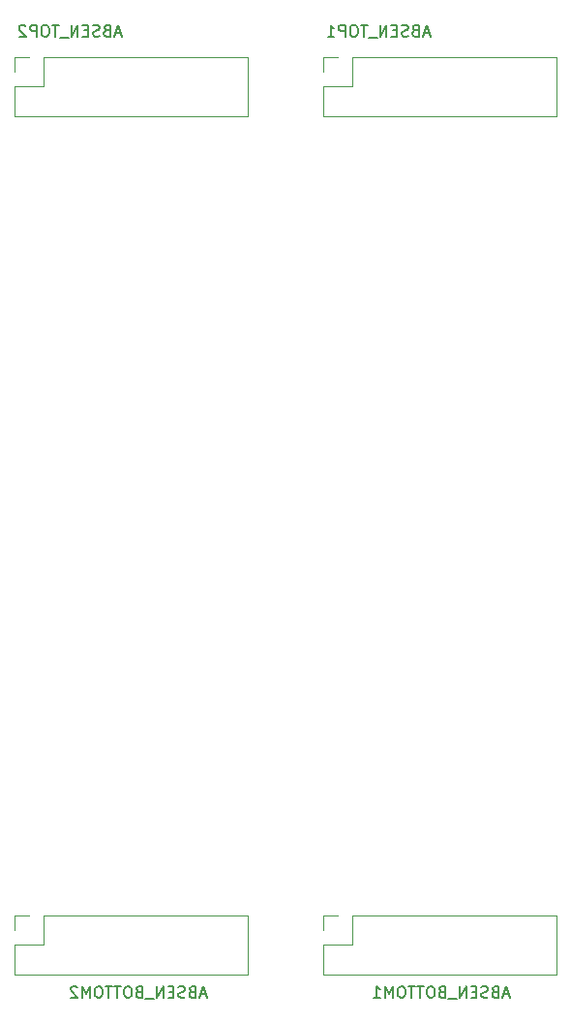
<source format=gbo>
G04 #@! TF.FileFunction,Legend,Bot*
%FSLAX46Y46*%
G04 Gerber Fmt 4.6, Leading zero omitted, Abs format (unit mm)*
G04 Created by KiCad (PCBNEW 4.0.7) date 03/15/18 12:31:11*
%MOMM*%
%LPD*%
G01*
G04 APERTURE LIST*
%ADD10C,0.100000*%
%ADD11C,0.120000*%
%ADD12C,0.150000*%
%ADD13R,1.800000X1.800000*%
%ADD14O,1.800000X1.800000*%
%ADD15R,3.100000X3.100000*%
%ADD16C,3.100000*%
%ADD17R,1.700000X1.700000*%
%ADD18C,1.700000*%
G04 APERTURE END LIST*
D10*
D11*
X134570000Y-136230000D02*
X134570000Y-141430000D01*
X116730000Y-136230000D02*
X134570000Y-136230000D01*
X114130000Y-141430000D02*
X134570000Y-141430000D01*
X116730000Y-136230000D02*
X116730000Y-138830000D01*
X116730000Y-138830000D02*
X114130000Y-138830000D01*
X114130000Y-138830000D02*
X114130000Y-141430000D01*
X115460000Y-136230000D02*
X114130000Y-136230000D01*
X114130000Y-136230000D02*
X114130000Y-137560000D01*
X107570000Y-136230000D02*
X107570000Y-141430000D01*
X89730000Y-136230000D02*
X107570000Y-136230000D01*
X87130000Y-141430000D02*
X107570000Y-141430000D01*
X89730000Y-136230000D02*
X89730000Y-138830000D01*
X89730000Y-138830000D02*
X87130000Y-138830000D01*
X87130000Y-138830000D02*
X87130000Y-141430000D01*
X88460000Y-136230000D02*
X87130000Y-136230000D01*
X87130000Y-136230000D02*
X87130000Y-137560000D01*
X134570000Y-61230000D02*
X134570000Y-66430000D01*
X116730000Y-61230000D02*
X134570000Y-61230000D01*
X114130000Y-66430000D02*
X134570000Y-66430000D01*
X116730000Y-61230000D02*
X116730000Y-63830000D01*
X116730000Y-63830000D02*
X114130000Y-63830000D01*
X114130000Y-63830000D02*
X114130000Y-66430000D01*
X115460000Y-61230000D02*
X114130000Y-61230000D01*
X114130000Y-61230000D02*
X114130000Y-62560000D01*
X107570000Y-61230000D02*
X107570000Y-66430000D01*
X89730000Y-61230000D02*
X107570000Y-61230000D01*
X87130000Y-66430000D02*
X107570000Y-66430000D01*
X89730000Y-61230000D02*
X89730000Y-63830000D01*
X89730000Y-63830000D02*
X87130000Y-63830000D01*
X87130000Y-63830000D02*
X87130000Y-66430000D01*
X88460000Y-61230000D02*
X87130000Y-61230000D01*
X87130000Y-61230000D02*
X87130000Y-62560000D01*
D12*
X130428572Y-143166667D02*
X129952381Y-143166667D01*
X130523810Y-143452381D02*
X130190477Y-142452381D01*
X129857143Y-143452381D01*
X129190476Y-142928571D02*
X129047619Y-142976190D01*
X129000000Y-143023810D01*
X128952381Y-143119048D01*
X128952381Y-143261905D01*
X129000000Y-143357143D01*
X129047619Y-143404762D01*
X129142857Y-143452381D01*
X129523810Y-143452381D01*
X129523810Y-142452381D01*
X129190476Y-142452381D01*
X129095238Y-142500000D01*
X129047619Y-142547619D01*
X129000000Y-142642857D01*
X129000000Y-142738095D01*
X129047619Y-142833333D01*
X129095238Y-142880952D01*
X129190476Y-142928571D01*
X129523810Y-142928571D01*
X128571429Y-143404762D02*
X128428572Y-143452381D01*
X128190476Y-143452381D01*
X128095238Y-143404762D01*
X128047619Y-143357143D01*
X128000000Y-143261905D01*
X128000000Y-143166667D01*
X128047619Y-143071429D01*
X128095238Y-143023810D01*
X128190476Y-142976190D01*
X128380953Y-142928571D01*
X128476191Y-142880952D01*
X128523810Y-142833333D01*
X128571429Y-142738095D01*
X128571429Y-142642857D01*
X128523810Y-142547619D01*
X128476191Y-142500000D01*
X128380953Y-142452381D01*
X128142857Y-142452381D01*
X128000000Y-142500000D01*
X127571429Y-142928571D02*
X127238095Y-142928571D01*
X127095238Y-143452381D02*
X127571429Y-143452381D01*
X127571429Y-142452381D01*
X127095238Y-142452381D01*
X126666667Y-143452381D02*
X126666667Y-142452381D01*
X126095238Y-143452381D01*
X126095238Y-142452381D01*
X125857143Y-143547619D02*
X125095238Y-143547619D01*
X124523809Y-142928571D02*
X124380952Y-142976190D01*
X124333333Y-143023810D01*
X124285714Y-143119048D01*
X124285714Y-143261905D01*
X124333333Y-143357143D01*
X124380952Y-143404762D01*
X124476190Y-143452381D01*
X124857143Y-143452381D01*
X124857143Y-142452381D01*
X124523809Y-142452381D01*
X124428571Y-142500000D01*
X124380952Y-142547619D01*
X124333333Y-142642857D01*
X124333333Y-142738095D01*
X124380952Y-142833333D01*
X124428571Y-142880952D01*
X124523809Y-142928571D01*
X124857143Y-142928571D01*
X123666667Y-142452381D02*
X123476190Y-142452381D01*
X123380952Y-142500000D01*
X123285714Y-142595238D01*
X123238095Y-142785714D01*
X123238095Y-143119048D01*
X123285714Y-143309524D01*
X123380952Y-143404762D01*
X123476190Y-143452381D01*
X123666667Y-143452381D01*
X123761905Y-143404762D01*
X123857143Y-143309524D01*
X123904762Y-143119048D01*
X123904762Y-142785714D01*
X123857143Y-142595238D01*
X123761905Y-142500000D01*
X123666667Y-142452381D01*
X122952381Y-142452381D02*
X122380952Y-142452381D01*
X122666667Y-143452381D02*
X122666667Y-142452381D01*
X122190476Y-142452381D02*
X121619047Y-142452381D01*
X121904762Y-143452381D02*
X121904762Y-142452381D01*
X121095238Y-142452381D02*
X120904761Y-142452381D01*
X120809523Y-142500000D01*
X120714285Y-142595238D01*
X120666666Y-142785714D01*
X120666666Y-143119048D01*
X120714285Y-143309524D01*
X120809523Y-143404762D01*
X120904761Y-143452381D01*
X121095238Y-143452381D01*
X121190476Y-143404762D01*
X121285714Y-143309524D01*
X121333333Y-143119048D01*
X121333333Y-142785714D01*
X121285714Y-142595238D01*
X121190476Y-142500000D01*
X121095238Y-142452381D01*
X120238095Y-143452381D02*
X120238095Y-142452381D01*
X119904761Y-143166667D01*
X119571428Y-142452381D01*
X119571428Y-143452381D01*
X118571428Y-143452381D02*
X119142857Y-143452381D01*
X118857143Y-143452381D02*
X118857143Y-142452381D01*
X118952381Y-142595238D01*
X119047619Y-142690476D01*
X119142857Y-142738095D01*
X103928572Y-143166667D02*
X103452381Y-143166667D01*
X104023810Y-143452381D02*
X103690477Y-142452381D01*
X103357143Y-143452381D01*
X102690476Y-142928571D02*
X102547619Y-142976190D01*
X102500000Y-143023810D01*
X102452381Y-143119048D01*
X102452381Y-143261905D01*
X102500000Y-143357143D01*
X102547619Y-143404762D01*
X102642857Y-143452381D01*
X103023810Y-143452381D01*
X103023810Y-142452381D01*
X102690476Y-142452381D01*
X102595238Y-142500000D01*
X102547619Y-142547619D01*
X102500000Y-142642857D01*
X102500000Y-142738095D01*
X102547619Y-142833333D01*
X102595238Y-142880952D01*
X102690476Y-142928571D01*
X103023810Y-142928571D01*
X102071429Y-143404762D02*
X101928572Y-143452381D01*
X101690476Y-143452381D01*
X101595238Y-143404762D01*
X101547619Y-143357143D01*
X101500000Y-143261905D01*
X101500000Y-143166667D01*
X101547619Y-143071429D01*
X101595238Y-143023810D01*
X101690476Y-142976190D01*
X101880953Y-142928571D01*
X101976191Y-142880952D01*
X102023810Y-142833333D01*
X102071429Y-142738095D01*
X102071429Y-142642857D01*
X102023810Y-142547619D01*
X101976191Y-142500000D01*
X101880953Y-142452381D01*
X101642857Y-142452381D01*
X101500000Y-142500000D01*
X101071429Y-142928571D02*
X100738095Y-142928571D01*
X100595238Y-143452381D02*
X101071429Y-143452381D01*
X101071429Y-142452381D01*
X100595238Y-142452381D01*
X100166667Y-143452381D02*
X100166667Y-142452381D01*
X99595238Y-143452381D01*
X99595238Y-142452381D01*
X99357143Y-143547619D02*
X98595238Y-143547619D01*
X98023809Y-142928571D02*
X97880952Y-142976190D01*
X97833333Y-143023810D01*
X97785714Y-143119048D01*
X97785714Y-143261905D01*
X97833333Y-143357143D01*
X97880952Y-143404762D01*
X97976190Y-143452381D01*
X98357143Y-143452381D01*
X98357143Y-142452381D01*
X98023809Y-142452381D01*
X97928571Y-142500000D01*
X97880952Y-142547619D01*
X97833333Y-142642857D01*
X97833333Y-142738095D01*
X97880952Y-142833333D01*
X97928571Y-142880952D01*
X98023809Y-142928571D01*
X98357143Y-142928571D01*
X97166667Y-142452381D02*
X96976190Y-142452381D01*
X96880952Y-142500000D01*
X96785714Y-142595238D01*
X96738095Y-142785714D01*
X96738095Y-143119048D01*
X96785714Y-143309524D01*
X96880952Y-143404762D01*
X96976190Y-143452381D01*
X97166667Y-143452381D01*
X97261905Y-143404762D01*
X97357143Y-143309524D01*
X97404762Y-143119048D01*
X97404762Y-142785714D01*
X97357143Y-142595238D01*
X97261905Y-142500000D01*
X97166667Y-142452381D01*
X96452381Y-142452381D02*
X95880952Y-142452381D01*
X96166667Y-143452381D02*
X96166667Y-142452381D01*
X95690476Y-142452381D02*
X95119047Y-142452381D01*
X95404762Y-143452381D02*
X95404762Y-142452381D01*
X94595238Y-142452381D02*
X94404761Y-142452381D01*
X94309523Y-142500000D01*
X94214285Y-142595238D01*
X94166666Y-142785714D01*
X94166666Y-143119048D01*
X94214285Y-143309524D01*
X94309523Y-143404762D01*
X94404761Y-143452381D01*
X94595238Y-143452381D01*
X94690476Y-143404762D01*
X94785714Y-143309524D01*
X94833333Y-143119048D01*
X94833333Y-142785714D01*
X94785714Y-142595238D01*
X94690476Y-142500000D01*
X94595238Y-142452381D01*
X93738095Y-143452381D02*
X93738095Y-142452381D01*
X93404761Y-143166667D01*
X93071428Y-142452381D01*
X93071428Y-143452381D01*
X92642857Y-142547619D02*
X92595238Y-142500000D01*
X92500000Y-142452381D01*
X92261904Y-142452381D01*
X92166666Y-142500000D01*
X92119047Y-142547619D01*
X92071428Y-142642857D01*
X92071428Y-142738095D01*
X92119047Y-142880952D01*
X92690476Y-143452381D01*
X92071428Y-143452381D01*
X123452381Y-59166667D02*
X122976190Y-59166667D01*
X123547619Y-59452381D02*
X123214286Y-58452381D01*
X122880952Y-59452381D01*
X122214285Y-58928571D02*
X122071428Y-58976190D01*
X122023809Y-59023810D01*
X121976190Y-59119048D01*
X121976190Y-59261905D01*
X122023809Y-59357143D01*
X122071428Y-59404762D01*
X122166666Y-59452381D01*
X122547619Y-59452381D01*
X122547619Y-58452381D01*
X122214285Y-58452381D01*
X122119047Y-58500000D01*
X122071428Y-58547619D01*
X122023809Y-58642857D01*
X122023809Y-58738095D01*
X122071428Y-58833333D01*
X122119047Y-58880952D01*
X122214285Y-58928571D01*
X122547619Y-58928571D01*
X121595238Y-59404762D02*
X121452381Y-59452381D01*
X121214285Y-59452381D01*
X121119047Y-59404762D01*
X121071428Y-59357143D01*
X121023809Y-59261905D01*
X121023809Y-59166667D01*
X121071428Y-59071429D01*
X121119047Y-59023810D01*
X121214285Y-58976190D01*
X121404762Y-58928571D01*
X121500000Y-58880952D01*
X121547619Y-58833333D01*
X121595238Y-58738095D01*
X121595238Y-58642857D01*
X121547619Y-58547619D01*
X121500000Y-58500000D01*
X121404762Y-58452381D01*
X121166666Y-58452381D01*
X121023809Y-58500000D01*
X120595238Y-58928571D02*
X120261904Y-58928571D01*
X120119047Y-59452381D02*
X120595238Y-59452381D01*
X120595238Y-58452381D01*
X120119047Y-58452381D01*
X119690476Y-59452381D02*
X119690476Y-58452381D01*
X119119047Y-59452381D01*
X119119047Y-58452381D01*
X118880952Y-59547619D02*
X118119047Y-59547619D01*
X118023809Y-58452381D02*
X117452380Y-58452381D01*
X117738095Y-59452381D02*
X117738095Y-58452381D01*
X116928571Y-58452381D02*
X116738094Y-58452381D01*
X116642856Y-58500000D01*
X116547618Y-58595238D01*
X116499999Y-58785714D01*
X116499999Y-59119048D01*
X116547618Y-59309524D01*
X116642856Y-59404762D01*
X116738094Y-59452381D01*
X116928571Y-59452381D01*
X117023809Y-59404762D01*
X117119047Y-59309524D01*
X117166666Y-59119048D01*
X117166666Y-58785714D01*
X117119047Y-58595238D01*
X117023809Y-58500000D01*
X116928571Y-58452381D01*
X116071428Y-59452381D02*
X116071428Y-58452381D01*
X115690475Y-58452381D01*
X115595237Y-58500000D01*
X115547618Y-58547619D01*
X115499999Y-58642857D01*
X115499999Y-58785714D01*
X115547618Y-58880952D01*
X115595237Y-58928571D01*
X115690475Y-58976190D01*
X116071428Y-58976190D01*
X114547618Y-59452381D02*
X115119047Y-59452381D01*
X114833333Y-59452381D02*
X114833333Y-58452381D01*
X114928571Y-58595238D01*
X115023809Y-58690476D01*
X115119047Y-58738095D01*
X96452381Y-59166667D02*
X95976190Y-59166667D01*
X96547619Y-59452381D02*
X96214286Y-58452381D01*
X95880952Y-59452381D01*
X95214285Y-58928571D02*
X95071428Y-58976190D01*
X95023809Y-59023810D01*
X94976190Y-59119048D01*
X94976190Y-59261905D01*
X95023809Y-59357143D01*
X95071428Y-59404762D01*
X95166666Y-59452381D01*
X95547619Y-59452381D01*
X95547619Y-58452381D01*
X95214285Y-58452381D01*
X95119047Y-58500000D01*
X95071428Y-58547619D01*
X95023809Y-58642857D01*
X95023809Y-58738095D01*
X95071428Y-58833333D01*
X95119047Y-58880952D01*
X95214285Y-58928571D01*
X95547619Y-58928571D01*
X94595238Y-59404762D02*
X94452381Y-59452381D01*
X94214285Y-59452381D01*
X94119047Y-59404762D01*
X94071428Y-59357143D01*
X94023809Y-59261905D01*
X94023809Y-59166667D01*
X94071428Y-59071429D01*
X94119047Y-59023810D01*
X94214285Y-58976190D01*
X94404762Y-58928571D01*
X94500000Y-58880952D01*
X94547619Y-58833333D01*
X94595238Y-58738095D01*
X94595238Y-58642857D01*
X94547619Y-58547619D01*
X94500000Y-58500000D01*
X94404762Y-58452381D01*
X94166666Y-58452381D01*
X94023809Y-58500000D01*
X93595238Y-58928571D02*
X93261904Y-58928571D01*
X93119047Y-59452381D02*
X93595238Y-59452381D01*
X93595238Y-58452381D01*
X93119047Y-58452381D01*
X92690476Y-59452381D02*
X92690476Y-58452381D01*
X92119047Y-59452381D01*
X92119047Y-58452381D01*
X91880952Y-59547619D02*
X91119047Y-59547619D01*
X91023809Y-58452381D02*
X90452380Y-58452381D01*
X90738095Y-59452381D02*
X90738095Y-58452381D01*
X89928571Y-58452381D02*
X89738094Y-58452381D01*
X89642856Y-58500000D01*
X89547618Y-58595238D01*
X89499999Y-58785714D01*
X89499999Y-59119048D01*
X89547618Y-59309524D01*
X89642856Y-59404762D01*
X89738094Y-59452381D01*
X89928571Y-59452381D01*
X90023809Y-59404762D01*
X90119047Y-59309524D01*
X90166666Y-59119048D01*
X90166666Y-58785714D01*
X90119047Y-58595238D01*
X90023809Y-58500000D01*
X89928571Y-58452381D01*
X89071428Y-59452381D02*
X89071428Y-58452381D01*
X88690475Y-58452381D01*
X88595237Y-58500000D01*
X88547618Y-58547619D01*
X88499999Y-58642857D01*
X88499999Y-58785714D01*
X88547618Y-58880952D01*
X88595237Y-58928571D01*
X88690475Y-58976190D01*
X89071428Y-58976190D01*
X88119047Y-58547619D02*
X88071428Y-58500000D01*
X87976190Y-58452381D01*
X87738094Y-58452381D01*
X87642856Y-58500000D01*
X87595237Y-58547619D01*
X87547618Y-58642857D01*
X87547618Y-58738095D01*
X87595237Y-58880952D01*
X88166666Y-59452381D01*
X87547618Y-59452381D01*
%LPC*%
D13*
X101960000Y-100060000D03*
D14*
X101960000Y-102600000D03*
X104500000Y-100060000D03*
X104500000Y-102600000D03*
X107040000Y-100060000D03*
X107040000Y-102600000D03*
X109580000Y-100060000D03*
X109580000Y-102600000D03*
X112120000Y-100060000D03*
X112120000Y-102600000D03*
X114660000Y-100060000D03*
X114660000Y-102600000D03*
X117200000Y-100060000D03*
X117200000Y-102600000D03*
X119740000Y-100060000D03*
X119740000Y-102600000D03*
D15*
X135000000Y-107420000D03*
D16*
X135000000Y-112500000D03*
D13*
X115460000Y-137560000D03*
D14*
X115460000Y-140100000D03*
X118000000Y-137560000D03*
X118000000Y-140100000D03*
X120540000Y-137560000D03*
X120540000Y-140100000D03*
X123080000Y-137560000D03*
X123080000Y-140100000D03*
X125620000Y-137560000D03*
X125620000Y-140100000D03*
X128160000Y-137560000D03*
X128160000Y-140100000D03*
X130700000Y-137560000D03*
X130700000Y-140100000D03*
X133240000Y-137560000D03*
X133240000Y-140100000D03*
D13*
X88460000Y-137560000D03*
D14*
X88460000Y-140100000D03*
X91000000Y-137560000D03*
X91000000Y-140100000D03*
X93540000Y-137560000D03*
X93540000Y-140100000D03*
X96080000Y-137560000D03*
X96080000Y-140100000D03*
X98620000Y-137560000D03*
X98620000Y-140100000D03*
X101160000Y-137560000D03*
X101160000Y-140100000D03*
X103700000Y-137560000D03*
X103700000Y-140100000D03*
X106240000Y-137560000D03*
X106240000Y-140100000D03*
D13*
X115460000Y-62560000D03*
D14*
X115460000Y-65100000D03*
X118000000Y-62560000D03*
X118000000Y-65100000D03*
X120540000Y-62560000D03*
X120540000Y-65100000D03*
X123080000Y-62560000D03*
X123080000Y-65100000D03*
X125620000Y-62560000D03*
X125620000Y-65100000D03*
X128160000Y-62560000D03*
X128160000Y-65100000D03*
X130700000Y-62560000D03*
X130700000Y-65100000D03*
X133240000Y-62560000D03*
X133240000Y-65100000D03*
D13*
X88460000Y-62560000D03*
D14*
X88460000Y-65100000D03*
X91000000Y-62560000D03*
X91000000Y-65100000D03*
X93540000Y-62560000D03*
X93540000Y-65100000D03*
X96080000Y-62560000D03*
X96080000Y-65100000D03*
X98620000Y-62560000D03*
X98620000Y-65100000D03*
X101160000Y-62560000D03*
X101160000Y-65100000D03*
X103700000Y-62560000D03*
X103700000Y-65100000D03*
X106240000Y-62560000D03*
X106240000Y-65100000D03*
D17*
X103500000Y-56500000D03*
D18*
X103500000Y-54000000D03*
D17*
X130500000Y-56500000D03*
D18*
X130500000Y-54000000D03*
D17*
X103500000Y-131500000D03*
D18*
X103500000Y-129000000D03*
D17*
X130500000Y-131500000D03*
D18*
X130500000Y-129000000D03*
M02*

</source>
